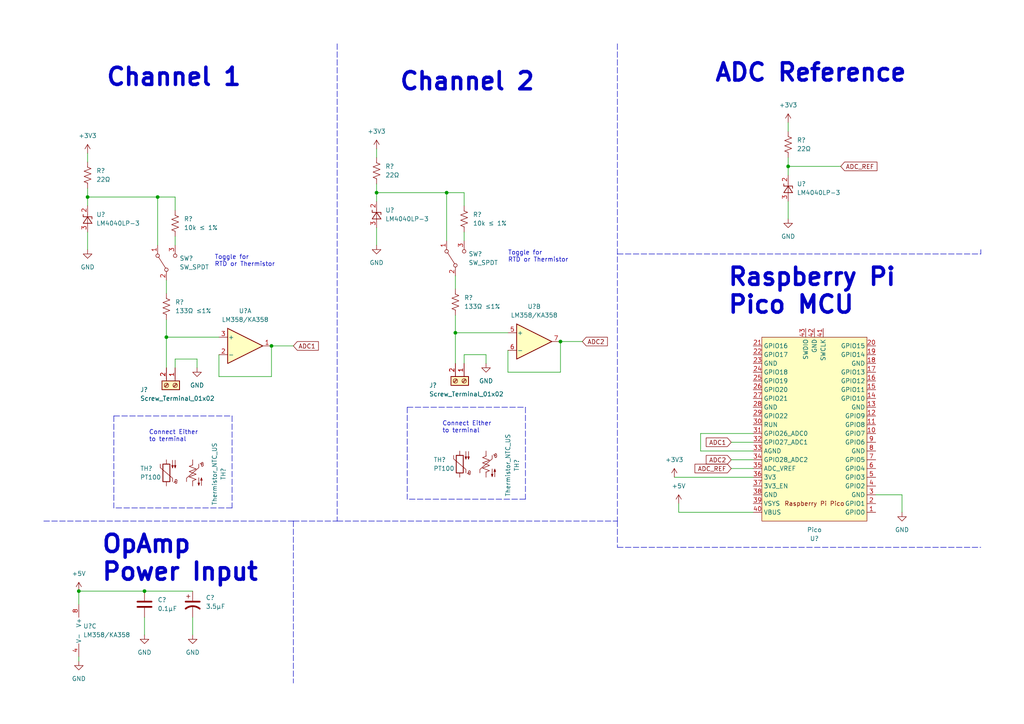
<source format=kicad_sch>
(kicad_sch (version 20211123) (generator eeschema)
  (paper "A4")
  (lib_symbols
    (symbol "Amplifier_Operational:LM358" (pin_names (offset 0.127))
      (property "Reference" "U" (at 0 5.08 0))
      (property "Value" "LM358" (at 0 -5.08 0))
      (symbol "LM358_1_1"
        (polyline (pts (xy -5.08 5.08) (xy 5.08 0) (xy -5.08 -5.08) (xy -5.08 5.08)) (stroke (width 0.254)) (fill (type background)))
        (pin output line (at 7.62 0 180) (length 2.54) (name "~") (number "1"))
        (pin input line (at -7.62 -2.54 0) (length 2.54) (name "-") (number "2"))
        (pin input line (at -7.62 2.54 0) (length 2.54) (name "+") (number "3"))
      )
      (symbol "LM358_2_1"
        (polyline (pts (xy -5.08 5.08) (xy 5.08 0) (xy -5.08 -5.08) (xy -5.08 5.08)) (stroke (width 0.254)) (fill (type background)))
        (pin input line (at -7.62 2.54 0) (length 2.54) (name "+") (number "5"))
        (pin input line (at -7.62 -2.54 0) (length 2.54) (name "-") (number "6"))
        (pin output line (at 7.62 0 180) (length 2.54) (name "~") (number "7"))
      )
      (symbol "LM358_3_1"
        (pin power_in line (at -2.54 -7.62 90) (length 3.81) (name "V-") (number "4"))
        (pin power_in line (at -2.54 7.62 270) (length 3.81) (name "V+") (number "8"))
      )
    )
    (symbol "Connector:Screw_Terminal_01x02" (pin_names (offset 1.016) hide)
      (property "Reference" "J" (at 0 2.54 0))
      (property "Value" "Screw_Terminal_01x02" (at 0 -5.08 0))
      (symbol "Screw_Terminal_01x02_1_1"
        (rectangle (start -1.27 1.27) (end 1.27 -3.81) (stroke (width 0.254)) (fill (type background)))
        (circle (center 0 -2.54) (radius 0.635) (stroke (width 0.1524)))
        (polyline (pts (xy -0.5334 -2.2098) (xy 0.3302 -3.048)) (stroke (width 0.1524)))
        (polyline (pts (xy -0.5334 0.3302) (xy 0.3302 -0.508)) (stroke (width 0.1524)))
        (polyline (pts (xy -0.3556 -2.032) (xy 0.508 -2.8702)) (stroke (width 0.1524)))
        (polyline (pts (xy -0.3556 0.508) (xy 0.508 -0.3302)) (stroke (width 0.1524)))
        (circle (center 0 0) (radius 0.635) (stroke (width 0.1524)))
        (pin passive line (at -5.08 0 0) (length 3.81) (name "Pin_1") (number "1"))
        (pin passive line (at -5.08 -2.54 0) (length 3.81) (name "Pin_2") (number "2"))
      )
    )
    (symbol "Device:C" (pin_numbers hide) (pin_names (offset 0.254))
      (property "Reference" "C" (at 0.635 2.54 0))
      (property "Value" "C" (at 0.635 -2.54 0))
      (symbol "C_0_1"
        (polyline (pts (xy -2.032 -0.762) (xy 2.032 -0.762)) (stroke (width 0.508)))
        (polyline (pts (xy -2.032 0.762) (xy 2.032 0.762)) (stroke (width 0.508)))
      )
      (symbol "C_1_1"
        (pin passive line (at 0 3.81 270) (length 2.794) (name "~") (number "1"))
        (pin passive line (at 0 -3.81 90) (length 2.794) (name "~") (number "2"))
      )
    )
    (symbol "Device:C_Polarized_US" (pin_numbers hide) (pin_names (offset 0.254) hide)
      (property "Reference" "C" (at 0.635 2.54 0))
      (property "Value" "C_Polarized_US" (at 0.635 -2.54 0))
      (symbol "C_Polarized_US_0_1"
        (polyline (pts (xy -2.032 0.762) (xy 2.032 0.762)) (stroke (width 0.508)))
        (polyline (pts (xy -1.778 2.286) (xy -0.762 2.286)))
        (polyline (pts (xy -1.27 1.778) (xy -1.27 2.794)))
        (arc (start 2.032 -1.27) (mid 0 -0.5572) (end -2.032 -1.27) (stroke (width 0.508)))
      )
      (symbol "C_Polarized_US_1_1"
        (pin passive line (at 0 3.81 270) (length 2.794) (name "~") (number "1"))
        (pin passive line (at 0 -3.81 90) (length 3.302) (name "~") (number "2"))
      )
    )
    (symbol "Device:R_US" (pin_numbers hide) (pin_names (offset 0))
      (property "Reference" "R" (at 2.54 0 90))
      (property "Value" "R_US" (at -2.54 0 90))
      (symbol "R_US_0_1"
        (polyline (pts (xy 0 -2.286) (xy 0 -2.54)))
        (polyline (pts (xy 0 2.286) (xy 0 2.54)))
        (polyline (pts (xy 0 -0.762) (xy 1.016 -1.143) (xy 0 -1.524) (xy -1.016 -1.905) (xy 0 -2.286)))
        (polyline (pts (xy 0 0.762) (xy 1.016 0.381) (xy 0 0) (xy -1.016 -0.381) (xy 0 -0.762)))
        (polyline (pts (xy 0 2.286) (xy 1.016 1.905) (xy 0 1.524) (xy -1.016 1.143) (xy 0 0.762)))
      )
      (symbol "R_US_1_1"
        (pin passive line (at 0 3.81 270) (length 1.27) (name "~") (number "1"))
        (pin passive line (at 0 -3.81 90) (length 1.27) (name "~") (number "2"))
      )
    )
    (symbol "Device:Thermistor_NTC_US" (pin_numbers hide) (pin_names (offset 0))
      (property "Reference" "TH" (at -4.445 0 90))
      (property "Value" "Thermistor_NTC_US" (at 3.175 0 90))
      (symbol "Thermistor_NTC_US_0_1"
        (arc (start -3.048 2.159) (mid -3.0505 2.3165) (end -3.175 2.413))
        (arc (start -3.048 2.159) (mid -2.9736 1.9794) (end -2.794 1.905))
        (arc (start -3.048 2.794) (mid -2.9736 2.6144) (end -2.794 2.54))
        (arc (start -2.794 1.905) (mid -2.6144 1.9794) (end -2.54 2.159))
        (arc (start -2.794 2.54) (mid -2.434 2.5608) (end -2.159 2.794))
        (arc (start -2.794 3.048) (mid -2.9736 2.9736) (end -3.048 2.794))
        (arc (start -2.54 2.794) (mid -2.6144 2.9736) (end -2.794 3.048))
        (polyline (pts (xy -2.54 2.159) (xy -2.54 2.794)))
        (polyline (pts (xy 0 -2.286) (xy 0 -2.54)))
        (polyline (pts (xy 0 2.286) (xy 0 2.54)))
        (polyline (pts (xy -1.778 2.54) (xy -1.778 1.524) (xy 1.778 -1.524) (xy 1.778 -2.54)))
        (polyline (pts (xy 0 -0.762) (xy 1.016 -1.143) (xy 0 -1.524) (xy -1.016 -1.905) (xy 0 -2.286)))
        (polyline (pts (xy 0 0.762) (xy 1.016 0.381) (xy 0 0) (xy -1.016 -0.381) (xy 0 -0.762)))
        (polyline (pts (xy 0 2.286) (xy 1.016 1.905) (xy 0 1.524) (xy -1.016 1.143) (xy 0 0.762)))
        (polyline (pts (xy -2.54 -3.683) (xy -2.54 -1.397) (xy -2.794 -2.159) (xy -2.286 -2.159) (xy -2.54 -1.397) (xy -2.54 -1.651)) (fill (type outline)))
        (polyline (pts (xy -1.778 -1.397) (xy -1.778 -3.683) (xy -2.032 -2.921) (xy -1.524 -2.921) (xy -1.778 -3.683) (xy -1.778 -3.429)) (fill (type outline)))
      )
      (symbol "Thermistor_NTC_US_1_1"
        (pin passive line (at 0 3.81 270) (length 1.27) (name "~") (number "1"))
        (pin passive line (at 0 -3.81 90) (length 1.27) (name "~") (number "2"))
      )
    )
    (symbol "MCU_RaspberryPi_and_Boards:Pico"
      (property "Reference" "U" (at -13.97 27.94 0))
      (property "Value" "Pico" (at 0 19.05 0))
      (symbol "Pico_0_0"
        (text "Raspberry Pi Pico" (at 0 21.59 0) (effects (font (size 1.27 1.27))))
      )
      (symbol "Pico_0_1"
        (rectangle (start -15.24 26.67) (end 15.24 -26.67) (fill (type background)))
      )
      (symbol "Pico_1_1"
        (pin bidirectional line (at -17.78 24.13 0) (length 2.54) (name "GPIO0") (number "1"))
        (pin bidirectional line (at -17.78 1.27 0) (length 2.54) (name "GPIO7") (number "10"))
        (pin bidirectional line (at -17.78 -1.27 0) (length 2.54) (name "GPIO8") (number "11"))
        (pin bidirectional line (at -17.78 -3.81 0) (length 2.54) (name "GPIO9") (number "12"))
        (pin power_in line (at -17.78 -6.35 0) (length 2.54) (name "GND") (number "13"))
        (pin bidirectional line (at -17.78 -8.89 0) (length 2.54) (name "GPIO10") (number "14"))
        (pin bidirectional line (at -17.78 -11.43 0) (length 2.54) (name "GPIO11") (number "15"))
        (pin bidirectional line (at -17.78 -13.97 0) (length 2.54) (name "GPIO12") (number "16"))
        (pin bidirectional line (at -17.78 -16.51 0) (length 2.54) (name "GPIO13") (number "17"))
        (pin power_in line (at -17.78 -19.05 0) (length 2.54) (name "GND") (number "18"))
        (pin bidirectional line (at -17.78 -21.59 0) (length 2.54) (name "GPIO14") (number "19"))
        (pin bidirectional line (at -17.78 21.59 0) (length 2.54) (name "GPIO1") (number "2"))
        (pin bidirectional line (at -17.78 -24.13 0) (length 2.54) (name "GPIO15") (number "20"))
        (pin bidirectional line (at 17.78 -24.13 180) (length 2.54) (name "GPIO16") (number "21"))
        (pin bidirectional line (at 17.78 -21.59 180) (length 2.54) (name "GPIO17") (number "22"))
        (pin power_in line (at 17.78 -19.05 180) (length 2.54) (name "GND") (number "23"))
        (pin bidirectional line (at 17.78 -16.51 180) (length 2.54) (name "GPIO18") (number "24"))
        (pin bidirectional line (at 17.78 -13.97 180) (length 2.54) (name "GPIO19") (number "25"))
        (pin bidirectional line (at 17.78 -11.43 180) (length 2.54) (name "GPIO20") (number "26"))
        (pin bidirectional line (at 17.78 -8.89 180) (length 2.54) (name "GPIO21") (number "27"))
        (pin power_in line (at 17.78 -6.35 180) (length 2.54) (name "GND") (number "28"))
        (pin bidirectional line (at 17.78 -3.81 180) (length 2.54) (name "GPIO22") (number "29"))
        (pin power_in line (at -17.78 19.05 0) (length 2.54) (name "GND") (number "3"))
        (pin input line (at 17.78 -1.27 180) (length 2.54) (name "RUN") (number "30"))
        (pin bidirectional line (at 17.78 1.27 180) (length 2.54) (name "GPIO26_ADC0") (number "31"))
        (pin bidirectional line (at 17.78 3.81 180) (length 2.54) (name "GPIO27_ADC1") (number "32"))
        (pin power_in line (at 17.78 6.35 180) (length 2.54) (name "AGND") (number "33"))
        (pin bidirectional line (at 17.78 8.89 180) (length 2.54) (name "GPIO28_ADC2") (number "34"))
        (pin power_in line (at 17.78 11.43 180) (length 2.54) (name "ADC_VREF") (number "35"))
        (pin power_in line (at 17.78 13.97 180) (length 2.54) (name "3V3") (number "36"))
        (pin input line (at 17.78 16.51 180) (length 2.54) (name "3V3_EN") (number "37"))
        (pin bidirectional line (at 17.78 19.05 180) (length 2.54) (name "GND") (number "38"))
        (pin power_in line (at 17.78 21.59 180) (length 2.54) (name "VSYS") (number "39"))
        (pin bidirectional line (at -17.78 16.51 0) (length 2.54) (name "GPIO2") (number "4"))
        (pin power_in line (at 17.78 24.13 180) (length 2.54) (name "VBUS") (number "40"))
        (pin input line (at -2.54 -29.21 90) (length 2.54) (name "SWCLK") (number "41"))
        (pin power_in line (at 0 -29.21 90) (length 2.54) (name "GND") (number "42"))
        (pin bidirectional line (at 2.54 -29.21 90) (length 2.54) (name "SWDIO") (number "43"))
        (pin bidirectional line (at -17.78 13.97 0) (length 2.54) (name "GPIO3") (number "5"))
        (pin bidirectional line (at -17.78 11.43 0) (length 2.54) (name "GPIO4") (number "6"))
        (pin bidirectional line (at -17.78 8.89 0) (length 2.54) (name "GPIO5") (number "7"))
        (pin power_in line (at -17.78 6.35 0) (length 2.54) (name "GND") (number "8"))
        (pin bidirectional line (at -17.78 3.81 0) (length 2.54) (name "GPIO6") (number "9"))
      )
    )
    (symbol "Reference_Voltage:LM4040LP-3" (pin_names (offset 0.0254) hide)
      (property "Reference" "U" (at 0 2.54 0))
      (property "Value" "LM4040LP-3" (at 0 -3.175 0))
      (symbol "LM4040LP-3_0_1"
        (polyline (pts (xy -1.27 0) (xy 0 0) (xy 1.27 0)))
        (polyline (pts (xy -1.27 -1.27) (xy 0.635 0) (xy -1.27 1.27) (xy -1.27 -1.27)) (stroke (width 0.2032)))
        (polyline (pts (xy 0 -1.27) (xy 0.635 -1.27) (xy 0.635 1.27) (xy 1.27 1.27)) (stroke (width 0.2032)))
      )
      (symbol "LM4040LP-3_1_1"
        (pin passive line (at 3.81 0 180) (length 2.54) (name "K") (number "2"))
        (pin passive line (at -3.81 0 0) (length 2.54) (name "A") (number "3"))
      )
    )
    (symbol "Sensor_Temperature:PT100" (pin_numbers hide) (pin_names (offset 0))
      (property "Reference" "TH" (at -4.445 0 90))
      (property "Value" "PT100" (at 3.175 0 90))
      (symbol "PT100_0_1"
        (arc (start -3.048 2.159) (mid -3.0505 2.3165) (end -3.175 2.413))
        (arc (start -3.048 2.159) (mid -2.9736 1.9794) (end -2.794 1.905))
        (arc (start -3.048 2.794) (mid -2.9736 2.6144) (end -2.794 2.54))
        (arc (start -2.794 1.905) (mid -2.6144 1.9794) (end -2.54 2.159))
        (arc (start -2.794 2.54) (mid -2.434 2.5608) (end -2.159 2.794))
        (arc (start -2.794 3.048) (mid -2.9736 2.9736) (end -3.048 2.794))
        (arc (start -2.54 2.794) (mid -2.6144 2.9736) (end -2.794 3.048))
        (rectangle (start -1.016 2.54) (end 1.016 -2.54) (stroke (width 0.254)))
        (polyline (pts (xy -2.54 2.159) (xy -2.54 2.794)))
        (polyline (pts (xy -1.778 2.54) (xy -1.778 1.524) (xy 1.778 -1.524) (xy 1.778 -2.54)))
        (polyline (pts (xy -2.54 -3.683) (xy -2.54 -1.397) (xy -2.794 -2.159) (xy -2.286 -2.159) (xy -2.54 -1.397) (xy -2.54 -1.651)) (fill (type outline)))
        (polyline (pts (xy -1.778 -3.683) (xy -1.778 -1.397) (xy -2.032 -2.159) (xy -1.524 -2.159) (xy -1.778 -1.397) (xy -1.778 -1.651)) (fill (type outline)))
      )
      (symbol "PT100_1_1"
        (pin passive line (at 0 3.81 270) (length 1.27) (name "~") (number "1"))
        (pin passive line (at 0 -3.81 90) (length 1.27) (name "~") (number "2"))
      )
    )
    (symbol "Switch:SW_SPDT" (pin_names (offset 0) hide)
      (property "Reference" "SW" (at 0 4.318 0))
      (property "Value" "SW_SPDT" (at 0 -5.08 0))
      (symbol "SW_SPDT_0_0"
        (circle (center -2.032 0) (radius 0.508))
        (circle (center 2.032 -2.54) (radius 0.508))
      )
      (symbol "SW_SPDT_0_1"
        (polyline (pts (xy -1.524 0.254) (xy 1.651 2.286)))
        (circle (center 2.032 2.54) (radius 0.508))
      )
      (symbol "SW_SPDT_1_1"
        (pin passive line (at 5.08 2.54 180) (length 2.54) (name "A") (number "1"))
        (pin passive line (at -5.08 0 0) (length 2.54) (name "B") (number "2"))
        (pin passive line (at 5.08 -2.54 180) (length 2.54) (name "C") (number "3"))
      )
    )
    (symbol "power:+3.3V" (power) (pin_names (offset 0))
      (property "Value" "+3.3V" (at 0 3.556 0))
      (symbol "+3.3V_0_1"
        (polyline (pts (xy -0.762 1.27) (xy 0 2.54)))
        (polyline (pts (xy 0 0) (xy 0 2.54)))
        (polyline (pts (xy 0 2.54) (xy 0.762 1.27)))
      )
      (symbol "+3.3V_1_1"
        (pin power_in line (at 0 0 90) (length 0) hide (name "+3V3") (number "1"))
      )
    )
    (symbol "power:+5V" (power) (pin_names (offset 0))
      (property "Value" "+5V" (at 0 3.556 0))
      (symbol "+5V_0_1"
        (polyline (pts (xy -0.762 1.27) (xy 0 2.54)))
        (polyline (pts (xy 0 0) (xy 0 2.54)))
        (polyline (pts (xy 0 2.54) (xy 0.762 1.27)))
      )
      (symbol "+5V_1_1"
        (pin power_in line (at 0 0 90) (length 0) hide (name "+5V") (number "1"))
      )
    )
    (symbol "power:GND" (power) (pin_names (offset 0))
      (property "Value" "GND" (at 0 -3.81 0))
      (symbol "GND_0_1"
        (polyline (pts (xy 0 0) (xy 0 -1.27) (xy 1.27 -1.27) (xy 0 -2.54) (xy -1.27 -1.27) (xy 0 -1.27)))
      )
      (symbol "GND_1_1"
        (pin power_in line (at 0 0 270) (length 0) hide (name "GND") (number "1"))
      )
    )
  )
  (junction (at 228.6 48.26))
  (junction (at 41.91 171.45))
  (junction (at 48.26 97.79))
  (junction (at 132.08 96.52))
  (junction (at 78.74 100.33))
  (junction (at 129.54 55.88))
  (junction (at 109.22 55.88))
  (junction (at 25.4 57.15))
  (junction (at 162.56 99.06))
  (junction (at 22.86 171.45))
  (junction (at 45.72 57.15))
  (wire (pts (xy 50.8 106.68) (xy 50.8 104.14)))
  (polyline (pts (xy 118.11 118.11) (xy 152.4 118.11)))
  (wire (pts (xy 109.22 66.04) (xy 109.22 71.12)))
  (wire (pts (xy 134.62 55.88) (xy 129.54 55.88)))
  (wire (pts (xy 261.62 143.51) (xy 261.62 148.59)))
  (wire (pts (xy 195.58 138.43) (xy 218.44 138.43)))
  (polyline (pts (xy 179.07 12.7) (xy 179.07 151.13)))
  (wire (pts (xy 25.4 57.15) (xy 45.72 57.15)))
  (wire (pts (xy 48.26 81.28) (xy 48.26 85.09)))
  (wire (pts (xy 162.56 107.95) (xy 147.32 107.95)))
  (polyline (pts (xy 85.09 151.13) (xy 97.79 151.13)))
  (wire (pts (xy 212.09 133.35) (xy 218.44 133.35)))
  (wire (pts (xy 228.6 48.26) (xy 243.84 48.26)))
  (wire (pts (xy 50.8 57.15) (xy 45.72 57.15)))
  (wire (pts (xy 134.62 102.87) (xy 140.97 102.87)))
  (wire (pts (xy 162.56 99.06) (xy 162.56 107.95)))
  (wire (pts (xy 196.85 148.59) (xy 218.44 148.59)))
  (wire (pts (xy 55.88 179.07) (xy 55.88 184.15)))
  (wire (pts (xy 41.91 179.07) (xy 41.91 184.15)))
  (wire (pts (xy 129.54 55.88) (xy 129.54 69.85)))
  (wire (pts (xy 203.2 125.73) (xy 218.44 125.73)))
  (wire (pts (xy 48.26 97.79) (xy 63.5 97.79)))
  (polyline (pts (xy 118.11 118.11) (xy 118.11 144.78)))
  (polyline (pts (xy 67.31 120.65) (xy 67.31 147.32)))
  (wire (pts (xy 41.91 171.45) (xy 55.88 171.45)))
  (wire (pts (xy 134.62 105.41) (xy 134.62 102.87)))
  (polyline (pts (xy 33.02 120.65) (xy 67.31 120.65)))
  (wire (pts (xy 109.22 43.18) (xy 109.22 45.72)))
  (polyline (pts (xy 97.79 12.7) (xy 97.79 151.13)))
  (wire (pts (xy 147.32 107.95) (xy 147.32 101.6)))
  (wire (pts (xy 22.86 171.45) (xy 41.91 171.45)))
  (wire (pts (xy 63.5 109.22) (xy 63.5 102.87)))
  (wire (pts (xy 140.97 102.87) (xy 140.97 105.41)))
  (wire (pts (xy 50.8 68.58) (xy 50.8 71.12)))
  (polyline (pts (xy 179.07 158.75) (xy 284.48 158.75)))
  (wire (pts (xy 109.22 55.88) (xy 129.54 55.88)))
  (polyline (pts (xy 152.4 144.78) (xy 118.11 144.78)))
  (polyline (pts (xy 179.07 73.66) (xy 284.48 73.66)))
  (polyline (pts (xy 33.02 120.65) (xy 33.02 147.32)))
  (wire (pts (xy 48.26 97.79) (xy 48.26 106.68)))
  (wire (pts (xy 132.08 91.44) (xy 132.08 96.52)))
  (wire (pts (xy 196.85 146.05) (xy 196.85 148.59)))
  (wire (pts (xy 57.15 104.14) (xy 57.15 106.68)))
  (wire (pts (xy 132.08 96.52) (xy 132.08 105.41)))
  (wire (pts (xy 25.4 57.15) (xy 25.4 59.69)))
  (polyline (pts (xy 284.48 72.39) (xy 284.48 73.66)))
  (wire (pts (xy 50.8 57.15) (xy 50.8 60.96)))
  (polyline (pts (xy 67.31 147.32) (xy 33.02 147.32)))
  (polyline (pts (xy 12.7 151.13) (xy 85.09 151.13)))
  (wire (pts (xy 162.56 99.06) (xy 168.91 99.06)))
  (wire (pts (xy 228.6 35.56) (xy 228.6 38.1)))
  (wire (pts (xy 132.08 80.01) (xy 132.08 83.82)))
  (wire (pts (xy 25.4 44.45) (xy 25.4 46.99)))
  (wire (pts (xy 50.8 104.14) (xy 57.15 104.14)))
  (wire (pts (xy 212.09 135.89) (xy 218.44 135.89)))
  (polyline (pts (xy 179.07 151.13) (xy 179.07 158.75)))
  (wire (pts (xy 78.74 100.33) (xy 78.74 109.22)))
  (wire (pts (xy 228.6 48.26) (xy 228.6 50.8)))
  (wire (pts (xy 25.4 67.31) (xy 25.4 72.39)))
  (wire (pts (xy 134.62 55.88) (xy 134.62 59.69)))
  (wire (pts (xy 132.08 96.52) (xy 147.32 96.52)))
  (polyline (pts (xy 85.09 151.13) (xy 85.09 198.12)))
  (polyline (pts (xy 97.79 151.13) (xy 179.07 151.13)))
  (wire (pts (xy 109.22 53.34) (xy 109.22 55.88)))
  (wire (pts (xy 254 143.51) (xy 261.62 143.51)))
  (wire (pts (xy 228.6 58.42) (xy 228.6 63.5)))
  (wire (pts (xy 78.74 100.33) (xy 85.09 100.33)))
  (polyline (pts (xy 152.4 118.11) (xy 152.4 144.78)))
  (wire (pts (xy 78.74 109.22) (xy 63.5 109.22)))
  (wire (pts (xy 48.26 92.71) (xy 48.26 97.79)))
  (wire (pts (xy 218.44 130.81) (xy 203.2 130.81)))
  (wire (pts (xy 228.6 45.72) (xy 228.6 48.26)))
  (wire (pts (xy 25.4 54.61) (xy 25.4 57.15)))
  (wire (pts (xy 109.22 55.88) (xy 109.22 58.42)))
  (wire (pts (xy 212.09 128.27) (xy 218.44 128.27)))
  (wire (pts (xy 22.86 190.5) (xy 22.86 191.77)))
  (wire (pts (xy 22.86 171.45) (xy 22.86 175.26)))
  (wire (pts (xy 203.2 130.81) (xy 203.2 125.73)))
  (wire (pts (xy 134.62 67.31) (xy 134.62 69.85)))
  (wire (pts (xy 45.72 57.15) (xy 45.72 71.12)))
  (text "Channel 1" (at 30.48 25.4 0) (effects (font (size 5 5) bold) (justify left bottom)))
  (text "Connect Either\nto terminal" (at 128.27 125.73 0) (effects (font (size 1.27 1.27)) (justify left bottom)))
  (text "Channel 2" (at 115.57 26.67 0) (effects (font (size 5 5) bold) (justify left bottom)))
  (text "ADC Reference" (at 207.01 24.13 0) (effects (font (size 5 5) bold) (justify left bottom)))
  (text "Raspberry Pi\nPico MCU" (at 210.82 91.44 0) (effects (font (size 5 5) bold) (justify left bottom)))
  (text "Toggle for \nRTD or Thermistor" (at 147.32 76.2 0) (effects (font (size 1.27 1.27)) (justify left bottom)))
  (text "Toggle for \nRTD or Thermistor" (at 62.23 77.47 0) (effects (font (size 1.27 1.27)) (justify left bottom)))
  (text "Connect Either\nto terminal" (at 43.18 128.27 0) (effects (font (size 1.27 1.27)) (justify left bottom)))
  (text "OpAmp\nPower Input" (at 29.21 168.91 0) (effects (font (size 5 5) (thickness 1) bold) (justify left bottom)))
  (global_label "ADC1" (shape input) (at 212.09 128.27 180) (property "Intersheet References" "${INTERSHEET_REFS}" (effects hide)))
  (global_label "ADC2" (shape input) (at 168.91 99.06 0) (property "Intersheet References" "${INTERSHEET_REFS}" (effects hide)))
  (global_label "ADC_REF" (shape input) (at 243.84 48.26 0) (property "Intersheet References" "${INTERSHEET_REFS}" (effects hide)))
  (global_label "ADC_REF" (shape input) (at 212.09 135.89 180) (property "Intersheet References" "${INTERSHEET_REFS}" (effects hide)))
  (global_label "ADC1" (shape input) (at 85.09 100.33 0) (property "Intersheet References" "${INTERSHEET_REFS}" (effects hide)))
  (global_label "ADC2" (shape input) (at 212.09 133.35 180) (property "Intersheet References" "${INTERSHEET_REFS}" (effects hide)))
  (symbol (lib_id "Amplifier_Operational:LM358") (at 154.94 99.06 0) (unit 2)
    (property "Reference" "U?" (at 154.94 88.9 0))
    (property "Value" "LM358/KA358" (at 154.94 91.44 0))
    (property "Datasheet" "http://www.ti.com/lit/ds/symlink/lm2904-n.pdf" (effects hide))
  )
  (symbol (lib_id "power:GND") (at 109.22 71.12 0) (unit 1)
    (property "Reference" "#PWR?" (effects hide))
    (property "Value" "GND" (at 109.22 76.2 0))
  )
  (symbol (lib_id "power:GND") (at 22.86 191.77 0) (unit 1)
    (property "Reference" "#PWR?" (effects hide))
    (property "Value" "GND" (at 22.86 196.85 0))
  )
  (symbol (lib_id "Device:Thermistor_NTC_US") (at 140.97 134.62 0) (mirror y) (unit 1)
    (property "Reference" "TH?" (at 149.86 134.9375 90))
    (property "Value" "Thermistor_NTC_US" (at 147.32 134.9375 90))
  )
  (symbol (lib_id "Device:R_US") (at 132.08 87.63 0) (unit 1)
    (property "Reference" "R?" (at 134.62 86.3599 0) (effects (justify left)))
    (property "Value" "133Ω ≤1%" (at 134.62 88.8999 0) (effects (justify left)))
  )
  (symbol (lib_id "Device:C") (at 41.91 175.26 0) (unit 1)
    (property "Reference" "C?" (at 45.72 173.9899 0) (effects (justify left)))
    (property "Value" "0.1µF" (at 45.72 176.5299 0) (effects (justify left)))
  )
  (symbol (lib_id "power:GND") (at 57.15 106.68 0) (unit 1)
    (property "Reference" "#PWR?" (effects hide))
    (property "Value" "GND" (at 57.15 111.76 0))
  )
  (symbol (lib_id "power:+3.3V") (at 228.6 35.56 0) (unit 1)
    (property "Reference" "#PWR?" (effects hide))
    (property "Value" "+3.3V" (at 228.6 30.48 0))
  )
  (symbol (lib_id "Sensor_Temperature:PT100") (at 48.26 137.16 180) (unit 1)
    (property "Reference" "TH?" (at 40.64 135.89 0) (effects (justify right)))
    (property "Value" "PT100" (at 40.64 138.43 0) (effects (justify right)))
    (property "Datasheet" "https://www.heraeus.com/media/media/group/doc_group/products_1/hst/sot_to/de_15/to_92_d.pdf" (effects hide))
  )
  (symbol (lib_id "MCU_RaspberryPi_and_Boards:Pico") (at 236.22 124.46 180) (unit 1)
    (property "Reference" "U?" (at 236.22 156.21 0))
    (property "Value" "Pico" (at 236.22 153.67 0))
    (property "Footprint" "RPi_Pico:RPi_Pico_SMD_TH" (effects hide))
  )
  (symbol (lib_id "power:GND") (at 55.88 184.15 0) (unit 1)
    (property "Reference" "#PWR?" (effects hide))
    (property "Value" "GND" (at 55.88 189.23 0))
  )
  (symbol (lib_id "Device:C_Polarized_US") (at 55.88 175.26 0) (unit 1)
    (property "Reference" "C?" (at 59.69 173.3549 0) (effects (justify left)))
    (property "Value" "3.5µF" (at 59.69 175.8949 0) (effects (justify left)))
  )
  (symbol (lib_id "Device:R_US") (at 228.6 41.91 0) (unit 1)
    (property "Reference" "R?" (at 231.14 40.6399 0) (effects (justify left)))
    (property "Value" "22Ω" (at 231.14 43.1799 0) (effects (justify left)))
  )
  (symbol (lib_id "power:+5V") (at 22.86 171.45 0) (unit 1)
    (property "Reference" "#PWR?" (effects hide))
    (property "Value" "+5V" (at 22.86 166.37 0))
  )
  (symbol (lib_id "power:GND") (at 140.97 105.41 0) (unit 1)
    (property "Reference" "#PWR?" (effects hide))
    (property "Value" "GND" (at 140.97 110.49 0))
  )
  (symbol (lib_id "power:GND") (at 25.4 72.39 0) (unit 1)
    (property "Reference" "#PWR?" (effects hide))
    (property "Value" "GND" (at 25.4 77.47 0))
  )
  (symbol (lib_id "Switch:SW_SPDT") (at 132.08 74.93 90) (unit 1)
    (property "Reference" "SW?" (at 135.89 73.6599 90) (effects (justify right)))
    (property "Value" "SW_SPDT" (at 135.89 76.1999 90) (effects (justify right)))
  )
  (symbol (lib_id "Device:R_US") (at 48.26 88.9 0) (unit 1)
    (property "Reference" "R?" (at 50.8 87.6299 0) (effects (justify left)))
    (property "Value" "133Ω ≤1%" (at 50.8 90.1699 0) (effects (justify left)))
  )
  (symbol (lib_id "Reference_Voltage:LM4040LP-3") (at 109.22 62.23 90) (unit 1)
    (property "Reference" "U?" (at 111.76 60.9599 90) (effects (justify right)))
    (property "Value" "LM4040LP-3" (at 111.76 63.4999 90) (effects (justify right)))
    (property "Footprint" "Package_TO_SOT_THT:TO-92_Inline" (effects hide))
    (property "Datasheet" "http://www.ti.com/lit/ds/symlink/lm4040-n.pdf" (effects hide))
  )
  (symbol (lib_id "Connector:Screw_Terminal_01x02") (at 134.62 110.49 270) (unit 1)
    (property "Reference" "J?" (at 124.46 111.76 90) (effects (justify left)))
    (property "Value" "Screw_Terminal_01x02" (at 124.46 114.3 90) (effects (justify left)))
  )
  (symbol (lib_id "Device:R_US") (at 134.62 63.5 0) (unit 1)
    (property "Reference" "R?" (at 137.16 62.2299 0) (effects (justify left)))
    (property "Value" "10k ≤ 1%" (at 137.16 64.7699 0) (effects (justify left)))
  )
  (symbol (lib_id "Device:R_US") (at 25.4 50.8 0) (unit 1)
    (property "Reference" "R?" (at 27.94 49.5299 0) (effects (justify left)))
    (property "Value" "22Ω" (at 27.94 52.0699 0) (effects (justify left)))
  )
  (symbol (lib_id "power:+5V") (at 196.85 146.05 0) (unit 1)
    (property "Reference" "#PWR?" (effects hide))
    (property "Value" "+5V" (at 196.85 140.97 0))
  )
  (symbol (lib_id "Reference_Voltage:LM4040LP-3") (at 228.6 54.61 90) (unit 1)
    (property "Reference" "U?" (at 231.14 53.3399 90) (effects (justify right)))
    (property "Value" "LM4040LP-3" (at 231.14 55.8799 90) (effects (justify right)))
    (property "Footprint" "Package_TO_SOT_THT:TO-92_Inline" (effects hide))
    (property "Datasheet" "http://www.ti.com/lit/ds/symlink/lm4040-n.pdf" (effects hide))
  )
  (symbol (lib_id "Device:R_US") (at 50.8 64.77 0) (unit 1)
    (property "Reference" "R?" (at 53.34 63.4999 0) (effects (justify left)))
    (property "Value" "10k ≤ 1%" (at 53.34 66.0399 0) (effects (justify left)))
  )
  (symbol (lib_id "Reference_Voltage:LM4040LP-3") (at 25.4 63.5 90) (unit 1)
    (property "Reference" "U?" (at 27.94 62.2299 90) (effects (justify right)))
    (property "Value" "LM4040LP-3" (at 27.94 64.7699 90) (effects (justify right)))
    (property "Footprint" "Package_TO_SOT_THT:TO-92_Inline" (effects hide))
    (property "Datasheet" "http://www.ti.com/lit/ds/symlink/lm4040-n.pdf" (effects hide))
  )
  (symbol (lib_id "Device:Thermistor_NTC_US") (at 55.88 137.16 0) (mirror y) (unit 1)
    (property "Reference" "TH?" (at 64.77 137.4775 90))
    (property "Value" "Thermistor_NTC_US" (at 62.23 137.4775 90))
  )
  (symbol (lib_id "power:GND") (at 41.91 184.15 0) (unit 1)
    (property "Reference" "#PWR?" (effects hide))
    (property "Value" "GND" (at 41.91 189.23 0))
  )
  (symbol (lib_id "Connector:Screw_Terminal_01x02") (at 50.8 111.76 270) (unit 1)
    (property "Reference" "J?" (at 40.64 113.03 90) (effects (justify left)))
    (property "Value" "Screw_Terminal_01x02" (at 40.64 115.57 90) (effects (justify left)))
  )
  (symbol (lib_id "Amplifier_Operational:LM358") (at 71.12 100.33 0) (unit 1)
    (property "Reference" "U?" (at 71.12 90.17 0))
    (property "Value" "LM358/KA358" (at 71.12 92.71 0))
    (property "Datasheet" "http://www.ti.com/lit/ds/symlink/lm2904-n.pdf" (effects hide))
  )
  (symbol (lib_id "power:+3.3V") (at 109.22 43.18 0) (unit 1)
    (property "Reference" "#PWR?" (effects hide))
    (property "Value" "+3.3V" (at 109.22 38.1 0))
  )
  (symbol (lib_id "Device:R_US") (at 109.22 49.53 0) (unit 1)
    (property "Reference" "R?" (at 111.76 48.2599 0) (effects (justify left)))
    (property "Value" "22Ω" (at 111.76 50.7999 0) (effects (justify left)))
  )
  (symbol (lib_id "Switch:SW_SPDT") (at 48.26 76.2 90) (unit 1)
    (property "Reference" "SW?" (at 52.07 74.9299 90) (effects (justify right)))
    (property "Value" "SW_SPDT" (at 52.07 77.4699 90) (effects (justify right)))
  )
  (symbol (lib_id "Amplifier_Operational:LM358") (at 25.4 182.88 0) (unit 3)
    (property "Reference" "U?" (at 24.13 181.6099 0) (effects (justify left)))
    (property "Value" "LM358/KA358" (at 24.13 184.1499 0) (effects (justify left)))
    (property "Datasheet" "http://www.ti.com/lit/ds/symlink/lm2904-n.pdf" (effects hide))
  )
  (symbol (lib_id "power:+3.3V") (at 195.58 138.43 0) (unit 1)
    (property "Reference" "#PWR?" (effects hide))
    (property "Value" "+3.3V" (at 195.58 133.35 0))
  )
  (symbol (lib_id "power:GND") (at 261.62 148.59 0) (unit 1)
    (property "Reference" "#PWR?" (effects hide))
    (property "Value" "GND" (at 261.62 153.67 0))
  )
  (symbol (lib_id "Sensor_Temperature:PT100") (at 133.35 134.62 180) (unit 1)
    (property "Reference" "TH?" (at 125.73 133.35 0) (effects (justify right)))
    (property "Value" "PT100" (at 125.73 135.89 0) (effects (justify right)))
    (property "Datasheet" "https://www.heraeus.com/media/media/group/doc_group/products_1/hst/sot_to/de_15/to_92_d.pdf" (effects hide))
  )
  (symbol (lib_id "power:+3.3V") (at 25.4 44.45 0) (unit 1)
    (property "Reference" "#PWR?" (effects hide))
    (property "Value" "+3.3V" (at 25.4 39.37 0))
  )
  (symbol (lib_id "power:GND") (at 228.6 63.5 0) (unit 1)
    (property "Reference" "#PWR?" (effects hide))
    (property "Value" "GND" (at 228.6 68.58 0))
  )
)
</source>
